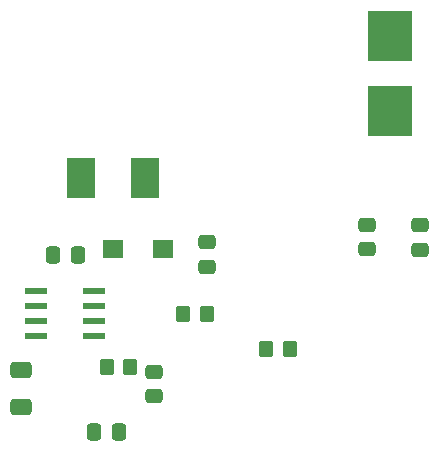
<source format=gtp>
%TF.GenerationSoftware,KiCad,Pcbnew,8.0.5*%
%TF.CreationDate,2024-11-24T13:51:33-06:00*%
%TF.ProjectId,Buck_V2,4275636b-5f56-4322-9e6b-696361645f70,rev?*%
%TF.SameCoordinates,Original*%
%TF.FileFunction,Paste,Top*%
%TF.FilePolarity,Positive*%
%FSLAX46Y46*%
G04 Gerber Fmt 4.6, Leading zero omitted, Abs format (unit mm)*
G04 Created by KiCad (PCBNEW 8.0.5) date 2024-11-24 13:51:33*
%MOMM*%
%LPD*%
G01*
G04 APERTURE LIST*
G04 Aperture macros list*
%AMRoundRect*
0 Rectangle with rounded corners*
0 $1 Rounding radius*
0 $2 $3 $4 $5 $6 $7 $8 $9 X,Y pos of 4 corners*
0 Add a 4 corners polygon primitive as box body*
4,1,4,$2,$3,$4,$5,$6,$7,$8,$9,$2,$3,0*
0 Add four circle primitives for the rounded corners*
1,1,$1+$1,$2,$3*
1,1,$1+$1,$4,$5*
1,1,$1+$1,$6,$7*
1,1,$1+$1,$8,$9*
0 Add four rect primitives between the rounded corners*
20,1,$1+$1,$2,$3,$4,$5,0*
20,1,$1+$1,$4,$5,$6,$7,0*
20,1,$1+$1,$6,$7,$8,$9,0*
20,1,$1+$1,$8,$9,$2,$3,0*%
G04 Aperture macros list end*
%ADD10RoundRect,0.250000X-0.475000X0.337500X-0.475000X-0.337500X0.475000X-0.337500X0.475000X0.337500X0*%
%ADD11R,1.727200X1.625600*%
%ADD12RoundRect,0.250000X0.350000X0.450000X-0.350000X0.450000X-0.350000X-0.450000X0.350000X-0.450000X0*%
%ADD13RoundRect,0.250000X0.475000X-0.337500X0.475000X0.337500X-0.475000X0.337500X-0.475000X-0.337500X0*%
%ADD14RoundRect,0.250000X-0.337500X-0.475000X0.337500X-0.475000X0.337500X0.475000X-0.337500X0.475000X0*%
%ADD15R,1.981200X0.558800*%
%ADD16R,3.810000X4.240000*%
%ADD17RoundRect,0.250000X-0.650000X0.412500X-0.650000X-0.412500X0.650000X-0.412500X0.650000X0.412500X0*%
%ADD18RoundRect,0.250000X-0.350000X-0.450000X0.350000X-0.450000X0.350000X0.450000X-0.350000X0.450000X0*%
%ADD19R,2.489200X3.429000*%
G04 APERTURE END LIST*
D10*
%TO.C,C6*%
X110000000Y-124500000D03*
X110000000Y-126575000D03*
%TD*%
D11*
%TO.C,D1*%
X84000000Y-126500000D03*
X88267200Y-126500000D03*
%TD*%
D12*
%TO.C,R2*%
X99000000Y-135000000D03*
X97000000Y-135000000D03*
%TD*%
D13*
%TO.C,C3*%
X92000000Y-128037500D03*
X92000000Y-125962500D03*
%TD*%
D10*
%TO.C,C2*%
X87500000Y-136925000D03*
X87500000Y-139000000D03*
%TD*%
D14*
%TO.C,C5*%
X78962500Y-127000000D03*
X81037500Y-127000000D03*
%TD*%
D10*
%TO.C,C7*%
X105520200Y-124462500D03*
X105520200Y-126537500D03*
%TD*%
D15*
%TO.C,U1*%
X77536200Y-130095000D03*
X77536200Y-131365000D03*
X77536200Y-132635000D03*
X77536200Y-133905000D03*
X82463800Y-133905000D03*
X82463800Y-132635000D03*
X82463800Y-131365000D03*
X82463800Y-130095000D03*
%TD*%
D16*
%TO.C,F1*%
X107500000Y-108500000D03*
X107500000Y-114870000D03*
%TD*%
D17*
%TO.C,C4*%
X76250000Y-136750000D03*
X76250000Y-139875000D03*
%TD*%
D18*
%TO.C,R3*%
X83500000Y-136500000D03*
X85500000Y-136500000D03*
%TD*%
D14*
%TO.C,C1*%
X82462500Y-142000000D03*
X84537500Y-142000000D03*
%TD*%
D19*
%TO.C,L1*%
X81282200Y-120500000D03*
X86717800Y-120500000D03*
%TD*%
D18*
%TO.C,R1*%
X90000000Y-132000000D03*
X92000000Y-132000000D03*
%TD*%
M02*

</source>
